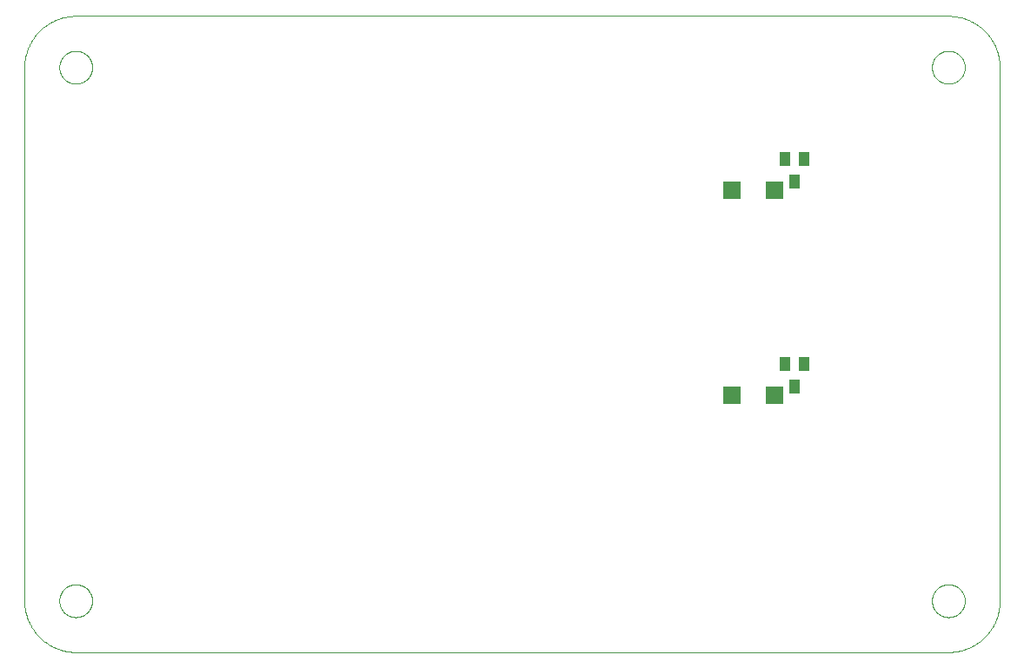
<source format=gbp>
G75*
%MOIN*%
%OFA0B0*%
%FSLAX25Y25*%
%IPPOS*%
%LPD*%
%AMOC8*
5,1,8,0,0,1.08239X$1,22.5*
%
%ADD10C,0.00000*%
%ADD11R,0.03937X0.05512*%
%ADD12R,0.07087X0.06693*%
D10*
X0023622Y0002016D02*
X0358268Y0002016D01*
X0351969Y0021701D02*
X0351971Y0021859D01*
X0351977Y0022017D01*
X0351987Y0022175D01*
X0352001Y0022333D01*
X0352019Y0022490D01*
X0352040Y0022647D01*
X0352066Y0022803D01*
X0352096Y0022959D01*
X0352129Y0023114D01*
X0352167Y0023267D01*
X0352208Y0023420D01*
X0352253Y0023572D01*
X0352302Y0023723D01*
X0352355Y0023872D01*
X0352411Y0024020D01*
X0352471Y0024166D01*
X0352535Y0024311D01*
X0352603Y0024454D01*
X0352674Y0024596D01*
X0352748Y0024736D01*
X0352826Y0024873D01*
X0352908Y0025009D01*
X0352992Y0025143D01*
X0353081Y0025274D01*
X0353172Y0025403D01*
X0353267Y0025530D01*
X0353364Y0025655D01*
X0353465Y0025777D01*
X0353569Y0025896D01*
X0353676Y0026013D01*
X0353786Y0026127D01*
X0353899Y0026238D01*
X0354014Y0026347D01*
X0354132Y0026452D01*
X0354253Y0026554D01*
X0354376Y0026654D01*
X0354502Y0026750D01*
X0354630Y0026843D01*
X0354760Y0026933D01*
X0354893Y0027019D01*
X0355028Y0027103D01*
X0355164Y0027182D01*
X0355303Y0027259D01*
X0355444Y0027331D01*
X0355586Y0027401D01*
X0355730Y0027466D01*
X0355876Y0027528D01*
X0356023Y0027586D01*
X0356172Y0027641D01*
X0356322Y0027692D01*
X0356473Y0027739D01*
X0356625Y0027782D01*
X0356778Y0027821D01*
X0356933Y0027857D01*
X0357088Y0027888D01*
X0357244Y0027916D01*
X0357400Y0027940D01*
X0357557Y0027960D01*
X0357715Y0027976D01*
X0357872Y0027988D01*
X0358031Y0027996D01*
X0358189Y0028000D01*
X0358347Y0028000D01*
X0358505Y0027996D01*
X0358664Y0027988D01*
X0358821Y0027976D01*
X0358979Y0027960D01*
X0359136Y0027940D01*
X0359292Y0027916D01*
X0359448Y0027888D01*
X0359603Y0027857D01*
X0359758Y0027821D01*
X0359911Y0027782D01*
X0360063Y0027739D01*
X0360214Y0027692D01*
X0360364Y0027641D01*
X0360513Y0027586D01*
X0360660Y0027528D01*
X0360806Y0027466D01*
X0360950Y0027401D01*
X0361092Y0027331D01*
X0361233Y0027259D01*
X0361372Y0027182D01*
X0361508Y0027103D01*
X0361643Y0027019D01*
X0361776Y0026933D01*
X0361906Y0026843D01*
X0362034Y0026750D01*
X0362160Y0026654D01*
X0362283Y0026554D01*
X0362404Y0026452D01*
X0362522Y0026347D01*
X0362637Y0026238D01*
X0362750Y0026127D01*
X0362860Y0026013D01*
X0362967Y0025896D01*
X0363071Y0025777D01*
X0363172Y0025655D01*
X0363269Y0025530D01*
X0363364Y0025403D01*
X0363455Y0025274D01*
X0363544Y0025143D01*
X0363628Y0025009D01*
X0363710Y0024873D01*
X0363788Y0024736D01*
X0363862Y0024596D01*
X0363933Y0024454D01*
X0364001Y0024311D01*
X0364065Y0024166D01*
X0364125Y0024020D01*
X0364181Y0023872D01*
X0364234Y0023723D01*
X0364283Y0023572D01*
X0364328Y0023420D01*
X0364369Y0023267D01*
X0364407Y0023114D01*
X0364440Y0022959D01*
X0364470Y0022803D01*
X0364496Y0022647D01*
X0364517Y0022490D01*
X0364535Y0022333D01*
X0364549Y0022175D01*
X0364559Y0022017D01*
X0364565Y0021859D01*
X0364567Y0021701D01*
X0364565Y0021543D01*
X0364559Y0021385D01*
X0364549Y0021227D01*
X0364535Y0021069D01*
X0364517Y0020912D01*
X0364496Y0020755D01*
X0364470Y0020599D01*
X0364440Y0020443D01*
X0364407Y0020288D01*
X0364369Y0020135D01*
X0364328Y0019982D01*
X0364283Y0019830D01*
X0364234Y0019679D01*
X0364181Y0019530D01*
X0364125Y0019382D01*
X0364065Y0019236D01*
X0364001Y0019091D01*
X0363933Y0018948D01*
X0363862Y0018806D01*
X0363788Y0018666D01*
X0363710Y0018529D01*
X0363628Y0018393D01*
X0363544Y0018259D01*
X0363455Y0018128D01*
X0363364Y0017999D01*
X0363269Y0017872D01*
X0363172Y0017747D01*
X0363071Y0017625D01*
X0362967Y0017506D01*
X0362860Y0017389D01*
X0362750Y0017275D01*
X0362637Y0017164D01*
X0362522Y0017055D01*
X0362404Y0016950D01*
X0362283Y0016848D01*
X0362160Y0016748D01*
X0362034Y0016652D01*
X0361906Y0016559D01*
X0361776Y0016469D01*
X0361643Y0016383D01*
X0361508Y0016299D01*
X0361372Y0016220D01*
X0361233Y0016143D01*
X0361092Y0016071D01*
X0360950Y0016001D01*
X0360806Y0015936D01*
X0360660Y0015874D01*
X0360513Y0015816D01*
X0360364Y0015761D01*
X0360214Y0015710D01*
X0360063Y0015663D01*
X0359911Y0015620D01*
X0359758Y0015581D01*
X0359603Y0015545D01*
X0359448Y0015514D01*
X0359292Y0015486D01*
X0359136Y0015462D01*
X0358979Y0015442D01*
X0358821Y0015426D01*
X0358664Y0015414D01*
X0358505Y0015406D01*
X0358347Y0015402D01*
X0358189Y0015402D01*
X0358031Y0015406D01*
X0357872Y0015414D01*
X0357715Y0015426D01*
X0357557Y0015442D01*
X0357400Y0015462D01*
X0357244Y0015486D01*
X0357088Y0015514D01*
X0356933Y0015545D01*
X0356778Y0015581D01*
X0356625Y0015620D01*
X0356473Y0015663D01*
X0356322Y0015710D01*
X0356172Y0015761D01*
X0356023Y0015816D01*
X0355876Y0015874D01*
X0355730Y0015936D01*
X0355586Y0016001D01*
X0355444Y0016071D01*
X0355303Y0016143D01*
X0355164Y0016220D01*
X0355028Y0016299D01*
X0354893Y0016383D01*
X0354760Y0016469D01*
X0354630Y0016559D01*
X0354502Y0016652D01*
X0354376Y0016748D01*
X0354253Y0016848D01*
X0354132Y0016950D01*
X0354014Y0017055D01*
X0353899Y0017164D01*
X0353786Y0017275D01*
X0353676Y0017389D01*
X0353569Y0017506D01*
X0353465Y0017625D01*
X0353364Y0017747D01*
X0353267Y0017872D01*
X0353172Y0017999D01*
X0353081Y0018128D01*
X0352992Y0018259D01*
X0352908Y0018393D01*
X0352826Y0018529D01*
X0352748Y0018666D01*
X0352674Y0018806D01*
X0352603Y0018948D01*
X0352535Y0019091D01*
X0352471Y0019236D01*
X0352411Y0019382D01*
X0352355Y0019530D01*
X0352302Y0019679D01*
X0352253Y0019830D01*
X0352208Y0019982D01*
X0352167Y0020135D01*
X0352129Y0020288D01*
X0352096Y0020443D01*
X0352066Y0020599D01*
X0352040Y0020755D01*
X0352019Y0020912D01*
X0352001Y0021069D01*
X0351987Y0021227D01*
X0351977Y0021385D01*
X0351971Y0021543D01*
X0351969Y0021701D01*
X0358268Y0002016D02*
X0358744Y0002022D01*
X0359219Y0002039D01*
X0359694Y0002068D01*
X0360168Y0002108D01*
X0360641Y0002160D01*
X0361112Y0002223D01*
X0361582Y0002297D01*
X0362050Y0002383D01*
X0362516Y0002480D01*
X0362979Y0002588D01*
X0363439Y0002707D01*
X0363897Y0002838D01*
X0364351Y0002979D01*
X0364802Y0003132D01*
X0365248Y0003295D01*
X0365691Y0003469D01*
X0366129Y0003654D01*
X0366563Y0003849D01*
X0366992Y0004055D01*
X0367416Y0004271D01*
X0367835Y0004497D01*
X0368248Y0004733D01*
X0368655Y0004979D01*
X0369056Y0005235D01*
X0369450Y0005501D01*
X0369839Y0005776D01*
X0370220Y0006060D01*
X0370594Y0006353D01*
X0370962Y0006655D01*
X0371322Y0006967D01*
X0371674Y0007286D01*
X0372018Y0007614D01*
X0372355Y0007951D01*
X0372683Y0008295D01*
X0373002Y0008647D01*
X0373314Y0009007D01*
X0373616Y0009375D01*
X0373909Y0009749D01*
X0374193Y0010130D01*
X0374468Y0010519D01*
X0374734Y0010913D01*
X0374990Y0011314D01*
X0375236Y0011721D01*
X0375472Y0012134D01*
X0375698Y0012553D01*
X0375914Y0012977D01*
X0376120Y0013406D01*
X0376315Y0013840D01*
X0376500Y0014278D01*
X0376674Y0014721D01*
X0376837Y0015167D01*
X0376990Y0015618D01*
X0377131Y0016072D01*
X0377262Y0016530D01*
X0377381Y0016990D01*
X0377489Y0017453D01*
X0377586Y0017919D01*
X0377672Y0018387D01*
X0377746Y0018857D01*
X0377809Y0019328D01*
X0377861Y0019801D01*
X0377901Y0020275D01*
X0377930Y0020750D01*
X0377947Y0021225D01*
X0377953Y0021701D01*
X0377953Y0226425D01*
X0351969Y0226425D02*
X0351971Y0226583D01*
X0351977Y0226741D01*
X0351987Y0226899D01*
X0352001Y0227057D01*
X0352019Y0227214D01*
X0352040Y0227371D01*
X0352066Y0227527D01*
X0352096Y0227683D01*
X0352129Y0227838D01*
X0352167Y0227991D01*
X0352208Y0228144D01*
X0352253Y0228296D01*
X0352302Y0228447D01*
X0352355Y0228596D01*
X0352411Y0228744D01*
X0352471Y0228890D01*
X0352535Y0229035D01*
X0352603Y0229178D01*
X0352674Y0229320D01*
X0352748Y0229460D01*
X0352826Y0229597D01*
X0352908Y0229733D01*
X0352992Y0229867D01*
X0353081Y0229998D01*
X0353172Y0230127D01*
X0353267Y0230254D01*
X0353364Y0230379D01*
X0353465Y0230501D01*
X0353569Y0230620D01*
X0353676Y0230737D01*
X0353786Y0230851D01*
X0353899Y0230962D01*
X0354014Y0231071D01*
X0354132Y0231176D01*
X0354253Y0231278D01*
X0354376Y0231378D01*
X0354502Y0231474D01*
X0354630Y0231567D01*
X0354760Y0231657D01*
X0354893Y0231743D01*
X0355028Y0231827D01*
X0355164Y0231906D01*
X0355303Y0231983D01*
X0355444Y0232055D01*
X0355586Y0232125D01*
X0355730Y0232190D01*
X0355876Y0232252D01*
X0356023Y0232310D01*
X0356172Y0232365D01*
X0356322Y0232416D01*
X0356473Y0232463D01*
X0356625Y0232506D01*
X0356778Y0232545D01*
X0356933Y0232581D01*
X0357088Y0232612D01*
X0357244Y0232640D01*
X0357400Y0232664D01*
X0357557Y0232684D01*
X0357715Y0232700D01*
X0357872Y0232712D01*
X0358031Y0232720D01*
X0358189Y0232724D01*
X0358347Y0232724D01*
X0358505Y0232720D01*
X0358664Y0232712D01*
X0358821Y0232700D01*
X0358979Y0232684D01*
X0359136Y0232664D01*
X0359292Y0232640D01*
X0359448Y0232612D01*
X0359603Y0232581D01*
X0359758Y0232545D01*
X0359911Y0232506D01*
X0360063Y0232463D01*
X0360214Y0232416D01*
X0360364Y0232365D01*
X0360513Y0232310D01*
X0360660Y0232252D01*
X0360806Y0232190D01*
X0360950Y0232125D01*
X0361092Y0232055D01*
X0361233Y0231983D01*
X0361372Y0231906D01*
X0361508Y0231827D01*
X0361643Y0231743D01*
X0361776Y0231657D01*
X0361906Y0231567D01*
X0362034Y0231474D01*
X0362160Y0231378D01*
X0362283Y0231278D01*
X0362404Y0231176D01*
X0362522Y0231071D01*
X0362637Y0230962D01*
X0362750Y0230851D01*
X0362860Y0230737D01*
X0362967Y0230620D01*
X0363071Y0230501D01*
X0363172Y0230379D01*
X0363269Y0230254D01*
X0363364Y0230127D01*
X0363455Y0229998D01*
X0363544Y0229867D01*
X0363628Y0229733D01*
X0363710Y0229597D01*
X0363788Y0229460D01*
X0363862Y0229320D01*
X0363933Y0229178D01*
X0364001Y0229035D01*
X0364065Y0228890D01*
X0364125Y0228744D01*
X0364181Y0228596D01*
X0364234Y0228447D01*
X0364283Y0228296D01*
X0364328Y0228144D01*
X0364369Y0227991D01*
X0364407Y0227838D01*
X0364440Y0227683D01*
X0364470Y0227527D01*
X0364496Y0227371D01*
X0364517Y0227214D01*
X0364535Y0227057D01*
X0364549Y0226899D01*
X0364559Y0226741D01*
X0364565Y0226583D01*
X0364567Y0226425D01*
X0364565Y0226267D01*
X0364559Y0226109D01*
X0364549Y0225951D01*
X0364535Y0225793D01*
X0364517Y0225636D01*
X0364496Y0225479D01*
X0364470Y0225323D01*
X0364440Y0225167D01*
X0364407Y0225012D01*
X0364369Y0224859D01*
X0364328Y0224706D01*
X0364283Y0224554D01*
X0364234Y0224403D01*
X0364181Y0224254D01*
X0364125Y0224106D01*
X0364065Y0223960D01*
X0364001Y0223815D01*
X0363933Y0223672D01*
X0363862Y0223530D01*
X0363788Y0223390D01*
X0363710Y0223253D01*
X0363628Y0223117D01*
X0363544Y0222983D01*
X0363455Y0222852D01*
X0363364Y0222723D01*
X0363269Y0222596D01*
X0363172Y0222471D01*
X0363071Y0222349D01*
X0362967Y0222230D01*
X0362860Y0222113D01*
X0362750Y0221999D01*
X0362637Y0221888D01*
X0362522Y0221779D01*
X0362404Y0221674D01*
X0362283Y0221572D01*
X0362160Y0221472D01*
X0362034Y0221376D01*
X0361906Y0221283D01*
X0361776Y0221193D01*
X0361643Y0221107D01*
X0361508Y0221023D01*
X0361372Y0220944D01*
X0361233Y0220867D01*
X0361092Y0220795D01*
X0360950Y0220725D01*
X0360806Y0220660D01*
X0360660Y0220598D01*
X0360513Y0220540D01*
X0360364Y0220485D01*
X0360214Y0220434D01*
X0360063Y0220387D01*
X0359911Y0220344D01*
X0359758Y0220305D01*
X0359603Y0220269D01*
X0359448Y0220238D01*
X0359292Y0220210D01*
X0359136Y0220186D01*
X0358979Y0220166D01*
X0358821Y0220150D01*
X0358664Y0220138D01*
X0358505Y0220130D01*
X0358347Y0220126D01*
X0358189Y0220126D01*
X0358031Y0220130D01*
X0357872Y0220138D01*
X0357715Y0220150D01*
X0357557Y0220166D01*
X0357400Y0220186D01*
X0357244Y0220210D01*
X0357088Y0220238D01*
X0356933Y0220269D01*
X0356778Y0220305D01*
X0356625Y0220344D01*
X0356473Y0220387D01*
X0356322Y0220434D01*
X0356172Y0220485D01*
X0356023Y0220540D01*
X0355876Y0220598D01*
X0355730Y0220660D01*
X0355586Y0220725D01*
X0355444Y0220795D01*
X0355303Y0220867D01*
X0355164Y0220944D01*
X0355028Y0221023D01*
X0354893Y0221107D01*
X0354760Y0221193D01*
X0354630Y0221283D01*
X0354502Y0221376D01*
X0354376Y0221472D01*
X0354253Y0221572D01*
X0354132Y0221674D01*
X0354014Y0221779D01*
X0353899Y0221888D01*
X0353786Y0221999D01*
X0353676Y0222113D01*
X0353569Y0222230D01*
X0353465Y0222349D01*
X0353364Y0222471D01*
X0353267Y0222596D01*
X0353172Y0222723D01*
X0353081Y0222852D01*
X0352992Y0222983D01*
X0352908Y0223117D01*
X0352826Y0223253D01*
X0352748Y0223390D01*
X0352674Y0223530D01*
X0352603Y0223672D01*
X0352535Y0223815D01*
X0352471Y0223960D01*
X0352411Y0224106D01*
X0352355Y0224254D01*
X0352302Y0224403D01*
X0352253Y0224554D01*
X0352208Y0224706D01*
X0352167Y0224859D01*
X0352129Y0225012D01*
X0352096Y0225167D01*
X0352066Y0225323D01*
X0352040Y0225479D01*
X0352019Y0225636D01*
X0352001Y0225793D01*
X0351987Y0225951D01*
X0351977Y0226109D01*
X0351971Y0226267D01*
X0351969Y0226425D01*
X0358268Y0246110D02*
X0358744Y0246104D01*
X0359219Y0246087D01*
X0359694Y0246058D01*
X0360168Y0246018D01*
X0360641Y0245966D01*
X0361112Y0245903D01*
X0361582Y0245829D01*
X0362050Y0245743D01*
X0362516Y0245646D01*
X0362979Y0245538D01*
X0363439Y0245419D01*
X0363897Y0245288D01*
X0364351Y0245147D01*
X0364802Y0244994D01*
X0365248Y0244831D01*
X0365691Y0244657D01*
X0366129Y0244472D01*
X0366563Y0244277D01*
X0366992Y0244071D01*
X0367416Y0243855D01*
X0367835Y0243629D01*
X0368248Y0243393D01*
X0368655Y0243147D01*
X0369056Y0242891D01*
X0369450Y0242625D01*
X0369839Y0242350D01*
X0370220Y0242066D01*
X0370594Y0241773D01*
X0370962Y0241471D01*
X0371322Y0241159D01*
X0371674Y0240840D01*
X0372018Y0240512D01*
X0372355Y0240175D01*
X0372683Y0239831D01*
X0373002Y0239479D01*
X0373314Y0239119D01*
X0373616Y0238751D01*
X0373909Y0238377D01*
X0374193Y0237996D01*
X0374468Y0237607D01*
X0374734Y0237213D01*
X0374990Y0236812D01*
X0375236Y0236405D01*
X0375472Y0235992D01*
X0375698Y0235573D01*
X0375914Y0235149D01*
X0376120Y0234720D01*
X0376315Y0234286D01*
X0376500Y0233848D01*
X0376674Y0233405D01*
X0376837Y0232959D01*
X0376990Y0232508D01*
X0377131Y0232054D01*
X0377262Y0231596D01*
X0377381Y0231136D01*
X0377489Y0230673D01*
X0377586Y0230207D01*
X0377672Y0229739D01*
X0377746Y0229269D01*
X0377809Y0228798D01*
X0377861Y0228325D01*
X0377901Y0227851D01*
X0377930Y0227376D01*
X0377947Y0226901D01*
X0377953Y0226425D01*
X0358268Y0246110D02*
X0023622Y0246110D01*
X0017323Y0226425D02*
X0017325Y0226583D01*
X0017331Y0226741D01*
X0017341Y0226899D01*
X0017355Y0227057D01*
X0017373Y0227214D01*
X0017394Y0227371D01*
X0017420Y0227527D01*
X0017450Y0227683D01*
X0017483Y0227838D01*
X0017521Y0227991D01*
X0017562Y0228144D01*
X0017607Y0228296D01*
X0017656Y0228447D01*
X0017709Y0228596D01*
X0017765Y0228744D01*
X0017825Y0228890D01*
X0017889Y0229035D01*
X0017957Y0229178D01*
X0018028Y0229320D01*
X0018102Y0229460D01*
X0018180Y0229597D01*
X0018262Y0229733D01*
X0018346Y0229867D01*
X0018435Y0229998D01*
X0018526Y0230127D01*
X0018621Y0230254D01*
X0018718Y0230379D01*
X0018819Y0230501D01*
X0018923Y0230620D01*
X0019030Y0230737D01*
X0019140Y0230851D01*
X0019253Y0230962D01*
X0019368Y0231071D01*
X0019486Y0231176D01*
X0019607Y0231278D01*
X0019730Y0231378D01*
X0019856Y0231474D01*
X0019984Y0231567D01*
X0020114Y0231657D01*
X0020247Y0231743D01*
X0020382Y0231827D01*
X0020518Y0231906D01*
X0020657Y0231983D01*
X0020798Y0232055D01*
X0020940Y0232125D01*
X0021084Y0232190D01*
X0021230Y0232252D01*
X0021377Y0232310D01*
X0021526Y0232365D01*
X0021676Y0232416D01*
X0021827Y0232463D01*
X0021979Y0232506D01*
X0022132Y0232545D01*
X0022287Y0232581D01*
X0022442Y0232612D01*
X0022598Y0232640D01*
X0022754Y0232664D01*
X0022911Y0232684D01*
X0023069Y0232700D01*
X0023226Y0232712D01*
X0023385Y0232720D01*
X0023543Y0232724D01*
X0023701Y0232724D01*
X0023859Y0232720D01*
X0024018Y0232712D01*
X0024175Y0232700D01*
X0024333Y0232684D01*
X0024490Y0232664D01*
X0024646Y0232640D01*
X0024802Y0232612D01*
X0024957Y0232581D01*
X0025112Y0232545D01*
X0025265Y0232506D01*
X0025417Y0232463D01*
X0025568Y0232416D01*
X0025718Y0232365D01*
X0025867Y0232310D01*
X0026014Y0232252D01*
X0026160Y0232190D01*
X0026304Y0232125D01*
X0026446Y0232055D01*
X0026587Y0231983D01*
X0026726Y0231906D01*
X0026862Y0231827D01*
X0026997Y0231743D01*
X0027130Y0231657D01*
X0027260Y0231567D01*
X0027388Y0231474D01*
X0027514Y0231378D01*
X0027637Y0231278D01*
X0027758Y0231176D01*
X0027876Y0231071D01*
X0027991Y0230962D01*
X0028104Y0230851D01*
X0028214Y0230737D01*
X0028321Y0230620D01*
X0028425Y0230501D01*
X0028526Y0230379D01*
X0028623Y0230254D01*
X0028718Y0230127D01*
X0028809Y0229998D01*
X0028898Y0229867D01*
X0028982Y0229733D01*
X0029064Y0229597D01*
X0029142Y0229460D01*
X0029216Y0229320D01*
X0029287Y0229178D01*
X0029355Y0229035D01*
X0029419Y0228890D01*
X0029479Y0228744D01*
X0029535Y0228596D01*
X0029588Y0228447D01*
X0029637Y0228296D01*
X0029682Y0228144D01*
X0029723Y0227991D01*
X0029761Y0227838D01*
X0029794Y0227683D01*
X0029824Y0227527D01*
X0029850Y0227371D01*
X0029871Y0227214D01*
X0029889Y0227057D01*
X0029903Y0226899D01*
X0029913Y0226741D01*
X0029919Y0226583D01*
X0029921Y0226425D01*
X0029919Y0226267D01*
X0029913Y0226109D01*
X0029903Y0225951D01*
X0029889Y0225793D01*
X0029871Y0225636D01*
X0029850Y0225479D01*
X0029824Y0225323D01*
X0029794Y0225167D01*
X0029761Y0225012D01*
X0029723Y0224859D01*
X0029682Y0224706D01*
X0029637Y0224554D01*
X0029588Y0224403D01*
X0029535Y0224254D01*
X0029479Y0224106D01*
X0029419Y0223960D01*
X0029355Y0223815D01*
X0029287Y0223672D01*
X0029216Y0223530D01*
X0029142Y0223390D01*
X0029064Y0223253D01*
X0028982Y0223117D01*
X0028898Y0222983D01*
X0028809Y0222852D01*
X0028718Y0222723D01*
X0028623Y0222596D01*
X0028526Y0222471D01*
X0028425Y0222349D01*
X0028321Y0222230D01*
X0028214Y0222113D01*
X0028104Y0221999D01*
X0027991Y0221888D01*
X0027876Y0221779D01*
X0027758Y0221674D01*
X0027637Y0221572D01*
X0027514Y0221472D01*
X0027388Y0221376D01*
X0027260Y0221283D01*
X0027130Y0221193D01*
X0026997Y0221107D01*
X0026862Y0221023D01*
X0026726Y0220944D01*
X0026587Y0220867D01*
X0026446Y0220795D01*
X0026304Y0220725D01*
X0026160Y0220660D01*
X0026014Y0220598D01*
X0025867Y0220540D01*
X0025718Y0220485D01*
X0025568Y0220434D01*
X0025417Y0220387D01*
X0025265Y0220344D01*
X0025112Y0220305D01*
X0024957Y0220269D01*
X0024802Y0220238D01*
X0024646Y0220210D01*
X0024490Y0220186D01*
X0024333Y0220166D01*
X0024175Y0220150D01*
X0024018Y0220138D01*
X0023859Y0220130D01*
X0023701Y0220126D01*
X0023543Y0220126D01*
X0023385Y0220130D01*
X0023226Y0220138D01*
X0023069Y0220150D01*
X0022911Y0220166D01*
X0022754Y0220186D01*
X0022598Y0220210D01*
X0022442Y0220238D01*
X0022287Y0220269D01*
X0022132Y0220305D01*
X0021979Y0220344D01*
X0021827Y0220387D01*
X0021676Y0220434D01*
X0021526Y0220485D01*
X0021377Y0220540D01*
X0021230Y0220598D01*
X0021084Y0220660D01*
X0020940Y0220725D01*
X0020798Y0220795D01*
X0020657Y0220867D01*
X0020518Y0220944D01*
X0020382Y0221023D01*
X0020247Y0221107D01*
X0020114Y0221193D01*
X0019984Y0221283D01*
X0019856Y0221376D01*
X0019730Y0221472D01*
X0019607Y0221572D01*
X0019486Y0221674D01*
X0019368Y0221779D01*
X0019253Y0221888D01*
X0019140Y0221999D01*
X0019030Y0222113D01*
X0018923Y0222230D01*
X0018819Y0222349D01*
X0018718Y0222471D01*
X0018621Y0222596D01*
X0018526Y0222723D01*
X0018435Y0222852D01*
X0018346Y0222983D01*
X0018262Y0223117D01*
X0018180Y0223253D01*
X0018102Y0223390D01*
X0018028Y0223530D01*
X0017957Y0223672D01*
X0017889Y0223815D01*
X0017825Y0223960D01*
X0017765Y0224106D01*
X0017709Y0224254D01*
X0017656Y0224403D01*
X0017607Y0224554D01*
X0017562Y0224706D01*
X0017521Y0224859D01*
X0017483Y0225012D01*
X0017450Y0225167D01*
X0017420Y0225323D01*
X0017394Y0225479D01*
X0017373Y0225636D01*
X0017355Y0225793D01*
X0017341Y0225951D01*
X0017331Y0226109D01*
X0017325Y0226267D01*
X0017323Y0226425D01*
X0003937Y0226425D02*
X0003943Y0226901D01*
X0003960Y0227376D01*
X0003989Y0227851D01*
X0004029Y0228325D01*
X0004081Y0228798D01*
X0004144Y0229269D01*
X0004218Y0229739D01*
X0004304Y0230207D01*
X0004401Y0230673D01*
X0004509Y0231136D01*
X0004628Y0231596D01*
X0004759Y0232054D01*
X0004900Y0232508D01*
X0005053Y0232959D01*
X0005216Y0233405D01*
X0005390Y0233848D01*
X0005575Y0234286D01*
X0005770Y0234720D01*
X0005976Y0235149D01*
X0006192Y0235573D01*
X0006418Y0235992D01*
X0006654Y0236405D01*
X0006900Y0236812D01*
X0007156Y0237213D01*
X0007422Y0237607D01*
X0007697Y0237996D01*
X0007981Y0238377D01*
X0008274Y0238751D01*
X0008576Y0239119D01*
X0008888Y0239479D01*
X0009207Y0239831D01*
X0009535Y0240175D01*
X0009872Y0240512D01*
X0010216Y0240840D01*
X0010568Y0241159D01*
X0010928Y0241471D01*
X0011296Y0241773D01*
X0011670Y0242066D01*
X0012051Y0242350D01*
X0012440Y0242625D01*
X0012834Y0242891D01*
X0013235Y0243147D01*
X0013642Y0243393D01*
X0014055Y0243629D01*
X0014474Y0243855D01*
X0014898Y0244071D01*
X0015327Y0244277D01*
X0015761Y0244472D01*
X0016199Y0244657D01*
X0016642Y0244831D01*
X0017088Y0244994D01*
X0017539Y0245147D01*
X0017993Y0245288D01*
X0018451Y0245419D01*
X0018911Y0245538D01*
X0019374Y0245646D01*
X0019840Y0245743D01*
X0020308Y0245829D01*
X0020778Y0245903D01*
X0021249Y0245966D01*
X0021722Y0246018D01*
X0022196Y0246058D01*
X0022671Y0246087D01*
X0023146Y0246104D01*
X0023622Y0246110D01*
X0003937Y0226425D02*
X0003937Y0021701D01*
X0017323Y0021701D02*
X0017325Y0021859D01*
X0017331Y0022017D01*
X0017341Y0022175D01*
X0017355Y0022333D01*
X0017373Y0022490D01*
X0017394Y0022647D01*
X0017420Y0022803D01*
X0017450Y0022959D01*
X0017483Y0023114D01*
X0017521Y0023267D01*
X0017562Y0023420D01*
X0017607Y0023572D01*
X0017656Y0023723D01*
X0017709Y0023872D01*
X0017765Y0024020D01*
X0017825Y0024166D01*
X0017889Y0024311D01*
X0017957Y0024454D01*
X0018028Y0024596D01*
X0018102Y0024736D01*
X0018180Y0024873D01*
X0018262Y0025009D01*
X0018346Y0025143D01*
X0018435Y0025274D01*
X0018526Y0025403D01*
X0018621Y0025530D01*
X0018718Y0025655D01*
X0018819Y0025777D01*
X0018923Y0025896D01*
X0019030Y0026013D01*
X0019140Y0026127D01*
X0019253Y0026238D01*
X0019368Y0026347D01*
X0019486Y0026452D01*
X0019607Y0026554D01*
X0019730Y0026654D01*
X0019856Y0026750D01*
X0019984Y0026843D01*
X0020114Y0026933D01*
X0020247Y0027019D01*
X0020382Y0027103D01*
X0020518Y0027182D01*
X0020657Y0027259D01*
X0020798Y0027331D01*
X0020940Y0027401D01*
X0021084Y0027466D01*
X0021230Y0027528D01*
X0021377Y0027586D01*
X0021526Y0027641D01*
X0021676Y0027692D01*
X0021827Y0027739D01*
X0021979Y0027782D01*
X0022132Y0027821D01*
X0022287Y0027857D01*
X0022442Y0027888D01*
X0022598Y0027916D01*
X0022754Y0027940D01*
X0022911Y0027960D01*
X0023069Y0027976D01*
X0023226Y0027988D01*
X0023385Y0027996D01*
X0023543Y0028000D01*
X0023701Y0028000D01*
X0023859Y0027996D01*
X0024018Y0027988D01*
X0024175Y0027976D01*
X0024333Y0027960D01*
X0024490Y0027940D01*
X0024646Y0027916D01*
X0024802Y0027888D01*
X0024957Y0027857D01*
X0025112Y0027821D01*
X0025265Y0027782D01*
X0025417Y0027739D01*
X0025568Y0027692D01*
X0025718Y0027641D01*
X0025867Y0027586D01*
X0026014Y0027528D01*
X0026160Y0027466D01*
X0026304Y0027401D01*
X0026446Y0027331D01*
X0026587Y0027259D01*
X0026726Y0027182D01*
X0026862Y0027103D01*
X0026997Y0027019D01*
X0027130Y0026933D01*
X0027260Y0026843D01*
X0027388Y0026750D01*
X0027514Y0026654D01*
X0027637Y0026554D01*
X0027758Y0026452D01*
X0027876Y0026347D01*
X0027991Y0026238D01*
X0028104Y0026127D01*
X0028214Y0026013D01*
X0028321Y0025896D01*
X0028425Y0025777D01*
X0028526Y0025655D01*
X0028623Y0025530D01*
X0028718Y0025403D01*
X0028809Y0025274D01*
X0028898Y0025143D01*
X0028982Y0025009D01*
X0029064Y0024873D01*
X0029142Y0024736D01*
X0029216Y0024596D01*
X0029287Y0024454D01*
X0029355Y0024311D01*
X0029419Y0024166D01*
X0029479Y0024020D01*
X0029535Y0023872D01*
X0029588Y0023723D01*
X0029637Y0023572D01*
X0029682Y0023420D01*
X0029723Y0023267D01*
X0029761Y0023114D01*
X0029794Y0022959D01*
X0029824Y0022803D01*
X0029850Y0022647D01*
X0029871Y0022490D01*
X0029889Y0022333D01*
X0029903Y0022175D01*
X0029913Y0022017D01*
X0029919Y0021859D01*
X0029921Y0021701D01*
X0029919Y0021543D01*
X0029913Y0021385D01*
X0029903Y0021227D01*
X0029889Y0021069D01*
X0029871Y0020912D01*
X0029850Y0020755D01*
X0029824Y0020599D01*
X0029794Y0020443D01*
X0029761Y0020288D01*
X0029723Y0020135D01*
X0029682Y0019982D01*
X0029637Y0019830D01*
X0029588Y0019679D01*
X0029535Y0019530D01*
X0029479Y0019382D01*
X0029419Y0019236D01*
X0029355Y0019091D01*
X0029287Y0018948D01*
X0029216Y0018806D01*
X0029142Y0018666D01*
X0029064Y0018529D01*
X0028982Y0018393D01*
X0028898Y0018259D01*
X0028809Y0018128D01*
X0028718Y0017999D01*
X0028623Y0017872D01*
X0028526Y0017747D01*
X0028425Y0017625D01*
X0028321Y0017506D01*
X0028214Y0017389D01*
X0028104Y0017275D01*
X0027991Y0017164D01*
X0027876Y0017055D01*
X0027758Y0016950D01*
X0027637Y0016848D01*
X0027514Y0016748D01*
X0027388Y0016652D01*
X0027260Y0016559D01*
X0027130Y0016469D01*
X0026997Y0016383D01*
X0026862Y0016299D01*
X0026726Y0016220D01*
X0026587Y0016143D01*
X0026446Y0016071D01*
X0026304Y0016001D01*
X0026160Y0015936D01*
X0026014Y0015874D01*
X0025867Y0015816D01*
X0025718Y0015761D01*
X0025568Y0015710D01*
X0025417Y0015663D01*
X0025265Y0015620D01*
X0025112Y0015581D01*
X0024957Y0015545D01*
X0024802Y0015514D01*
X0024646Y0015486D01*
X0024490Y0015462D01*
X0024333Y0015442D01*
X0024175Y0015426D01*
X0024018Y0015414D01*
X0023859Y0015406D01*
X0023701Y0015402D01*
X0023543Y0015402D01*
X0023385Y0015406D01*
X0023226Y0015414D01*
X0023069Y0015426D01*
X0022911Y0015442D01*
X0022754Y0015462D01*
X0022598Y0015486D01*
X0022442Y0015514D01*
X0022287Y0015545D01*
X0022132Y0015581D01*
X0021979Y0015620D01*
X0021827Y0015663D01*
X0021676Y0015710D01*
X0021526Y0015761D01*
X0021377Y0015816D01*
X0021230Y0015874D01*
X0021084Y0015936D01*
X0020940Y0016001D01*
X0020798Y0016071D01*
X0020657Y0016143D01*
X0020518Y0016220D01*
X0020382Y0016299D01*
X0020247Y0016383D01*
X0020114Y0016469D01*
X0019984Y0016559D01*
X0019856Y0016652D01*
X0019730Y0016748D01*
X0019607Y0016848D01*
X0019486Y0016950D01*
X0019368Y0017055D01*
X0019253Y0017164D01*
X0019140Y0017275D01*
X0019030Y0017389D01*
X0018923Y0017506D01*
X0018819Y0017625D01*
X0018718Y0017747D01*
X0018621Y0017872D01*
X0018526Y0017999D01*
X0018435Y0018128D01*
X0018346Y0018259D01*
X0018262Y0018393D01*
X0018180Y0018529D01*
X0018102Y0018666D01*
X0018028Y0018806D01*
X0017957Y0018948D01*
X0017889Y0019091D01*
X0017825Y0019236D01*
X0017765Y0019382D01*
X0017709Y0019530D01*
X0017656Y0019679D01*
X0017607Y0019830D01*
X0017562Y0019982D01*
X0017521Y0020135D01*
X0017483Y0020288D01*
X0017450Y0020443D01*
X0017420Y0020599D01*
X0017394Y0020755D01*
X0017373Y0020912D01*
X0017355Y0021069D01*
X0017341Y0021227D01*
X0017331Y0021385D01*
X0017325Y0021543D01*
X0017323Y0021701D01*
X0003937Y0021701D02*
X0003943Y0021225D01*
X0003960Y0020750D01*
X0003989Y0020275D01*
X0004029Y0019801D01*
X0004081Y0019328D01*
X0004144Y0018857D01*
X0004218Y0018387D01*
X0004304Y0017919D01*
X0004401Y0017453D01*
X0004509Y0016990D01*
X0004628Y0016530D01*
X0004759Y0016072D01*
X0004900Y0015618D01*
X0005053Y0015167D01*
X0005216Y0014721D01*
X0005390Y0014278D01*
X0005575Y0013840D01*
X0005770Y0013406D01*
X0005976Y0012977D01*
X0006192Y0012553D01*
X0006418Y0012134D01*
X0006654Y0011721D01*
X0006900Y0011314D01*
X0007156Y0010913D01*
X0007422Y0010519D01*
X0007697Y0010130D01*
X0007981Y0009749D01*
X0008274Y0009375D01*
X0008576Y0009007D01*
X0008888Y0008647D01*
X0009207Y0008295D01*
X0009535Y0007951D01*
X0009872Y0007614D01*
X0010216Y0007286D01*
X0010568Y0006967D01*
X0010928Y0006655D01*
X0011296Y0006353D01*
X0011670Y0006060D01*
X0012051Y0005776D01*
X0012440Y0005501D01*
X0012834Y0005235D01*
X0013235Y0004979D01*
X0013642Y0004733D01*
X0014055Y0004497D01*
X0014474Y0004271D01*
X0014898Y0004055D01*
X0015327Y0003849D01*
X0015761Y0003654D01*
X0016199Y0003469D01*
X0016642Y0003295D01*
X0017088Y0003132D01*
X0017539Y0002979D01*
X0017993Y0002838D01*
X0018451Y0002707D01*
X0018911Y0002588D01*
X0019374Y0002480D01*
X0019840Y0002383D01*
X0020308Y0002297D01*
X0020778Y0002223D01*
X0021249Y0002160D01*
X0021722Y0002108D01*
X0022196Y0002068D01*
X0022671Y0002039D01*
X0023146Y0002022D01*
X0023622Y0002016D01*
D11*
X0295472Y0112646D03*
X0302953Y0112646D03*
X0299213Y0103984D03*
X0299213Y0182724D03*
X0302953Y0191386D03*
X0295472Y0191386D03*
D12*
X0291535Y0179181D03*
X0275394Y0179181D03*
X0275394Y0100441D03*
X0291535Y0100441D03*
M02*

</source>
